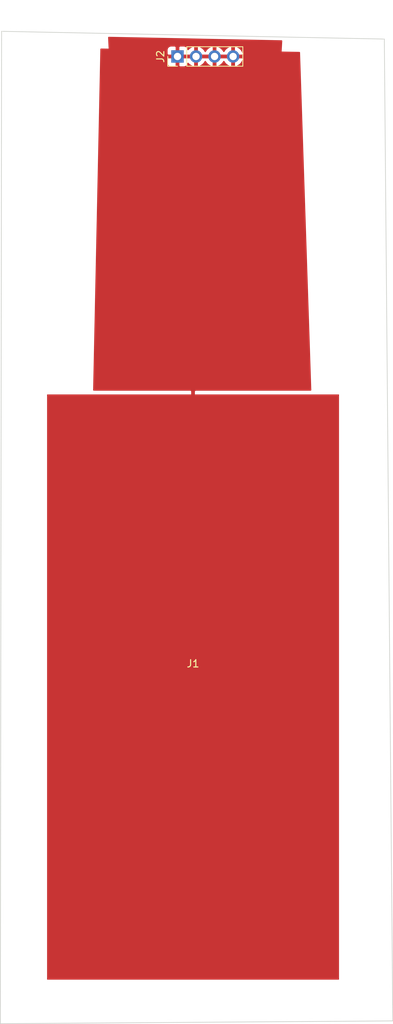
<source format=kicad_pcb>
(kicad_pcb (version 20171130) (host pcbnew 5.1.7+dfsg1-1)

  (general
    (thickness 1.6)
    (drawings 4)
    (tracks 0)
    (zones 0)
    (modules 2)
    (nets 2)
  )

  (page A4)
  (layers
    (0 F.Cu signal)
    (31 B.Cu signal)
    (32 B.Adhes user)
    (33 F.Adhes user)
    (34 B.Paste user)
    (35 F.Paste user)
    (36 B.SilkS user)
    (37 F.SilkS user)
    (38 B.Mask user)
    (39 F.Mask user)
    (40 Dwgs.User user)
    (41 Cmts.User user)
    (42 Eco1.User user)
    (43 Eco2.User user)
    (44 Edge.Cuts user)
    (45 Margin user)
    (46 B.CrtYd user)
    (47 F.CrtYd user)
    (48 B.Fab user)
    (49 F.Fab user)
  )

  (setup
    (last_trace_width 0.25)
    (trace_clearance 0.2)
    (zone_clearance 0.508)
    (zone_45_only no)
    (trace_min 0.2)
    (via_size 0.8)
    (via_drill 0.4)
    (via_min_size 0.4)
    (via_min_drill 0.3)
    (uvia_size 0.3)
    (uvia_drill 0.1)
    (uvias_allowed no)
    (uvia_min_size 0.2)
    (uvia_min_drill 0.1)
    (edge_width 0.05)
    (segment_width 0.2)
    (pcb_text_width 0.3)
    (pcb_text_size 1.5 1.5)
    (mod_edge_width 0.12)
    (mod_text_size 1 1)
    (mod_text_width 0.15)
    (pad_size 1.524 1.524)
    (pad_drill 0.762)
    (pad_to_mask_clearance 0)
    (aux_axis_origin 0 0)
    (visible_elements FFFFFF7F)
    (pcbplotparams
      (layerselection 0x010fc_ffffffff)
      (usegerberextensions false)
      (usegerberattributes true)
      (usegerberadvancedattributes true)
      (creategerberjobfile true)
      (excludeedgelayer true)
      (linewidth 0.100000)
      (plotframeref false)
      (viasonmask false)
      (mode 1)
      (useauxorigin false)
      (hpglpennumber 1)
      (hpglpenspeed 20)
      (hpglpendiameter 15.000000)
      (psnegative false)
      (psa4output false)
      (plotreference true)
      (plotvalue true)
      (plotinvisibletext false)
      (padsonsilk false)
      (subtractmaskfromsilk false)
      (outputformat 1)
      (mirror false)
      (drillshape 0)
      (scaleselection 1)
      (outputdirectory "../gerber/"))
  )

  (net 0 "")
  (net 1 "Net-(J1-Pad1)")

  (net_class Default "This is the default net class."
    (clearance 0.2)
    (trace_width 0.25)
    (via_dia 0.8)
    (via_drill 0.4)
    (uvia_dia 0.3)
    (uvia_drill 0.1)
    (add_net "Net-(J1-Pad1)")
  )

  (module Connector_PinHeader_2.54mm:PinHeader_1x04_P2.54mm_Vertical (layer F.Cu) (tedit 59FED5CC) (tstamp 5F8522D5)
    (at 137.51 22.1 90)
    (descr "Through hole straight pin header, 1x04, 2.54mm pitch, single row")
    (tags "Through hole pin header THT 1x04 2.54mm single row")
    (path /5F8507F7)
    (fp_text reference J2 (at 0 -2.33 90) (layer F.SilkS)
      (effects (font (size 1 1) (thickness 0.15)))
    )
    (fp_text value Conn_01x04_Female (at 0 9.95 90) (layer F.Fab)
      (effects (font (size 1 1) (thickness 0.15)))
    )
    (fp_line (start 1.8 -1.8) (end -1.8 -1.8) (layer F.CrtYd) (width 0.05))
    (fp_line (start 1.8 9.4) (end 1.8 -1.8) (layer F.CrtYd) (width 0.05))
    (fp_line (start -1.8 9.4) (end 1.8 9.4) (layer F.CrtYd) (width 0.05))
    (fp_line (start -1.8 -1.8) (end -1.8 9.4) (layer F.CrtYd) (width 0.05))
    (fp_line (start -1.33 -1.33) (end 0 -1.33) (layer F.SilkS) (width 0.12))
    (fp_line (start -1.33 0) (end -1.33 -1.33) (layer F.SilkS) (width 0.12))
    (fp_line (start -1.33 1.27) (end 1.33 1.27) (layer F.SilkS) (width 0.12))
    (fp_line (start 1.33 1.27) (end 1.33 8.95) (layer F.SilkS) (width 0.12))
    (fp_line (start -1.33 1.27) (end -1.33 8.95) (layer F.SilkS) (width 0.12))
    (fp_line (start -1.33 8.95) (end 1.33 8.95) (layer F.SilkS) (width 0.12))
    (fp_line (start -1.27 -0.635) (end -0.635 -1.27) (layer F.Fab) (width 0.1))
    (fp_line (start -1.27 8.89) (end -1.27 -0.635) (layer F.Fab) (width 0.1))
    (fp_line (start 1.27 8.89) (end -1.27 8.89) (layer F.Fab) (width 0.1))
    (fp_line (start 1.27 -1.27) (end 1.27 8.89) (layer F.Fab) (width 0.1))
    (fp_line (start -0.635 -1.27) (end 1.27 -1.27) (layer F.Fab) (width 0.1))
    (fp_text user %R (at 0 3.81) (layer F.Fab)
      (effects (font (size 1 1) (thickness 0.15)))
    )
    (pad 4 thru_hole oval (at 0 7.62 90) (size 1.7 1.7) (drill 1) (layers *.Cu *.Mask)
      (net 1 "Net-(J1-Pad1)"))
    (pad 3 thru_hole oval (at 0 5.08 90) (size 1.7 1.7) (drill 1) (layers *.Cu *.Mask)
      (net 1 "Net-(J1-Pad1)"))
    (pad 2 thru_hole oval (at 0 2.54 90) (size 1.7 1.7) (drill 1) (layers *.Cu *.Mask)
      (net 1 "Net-(J1-Pad1)"))
    (pad 1 thru_hole rect (at 0 0 90) (size 1.7 1.7) (drill 1) (layers *.Cu *.Mask)
      (net 1 "Net-(J1-Pad1)"))
    (model ${KISYS3DMOD}/Connector_PinHeader_2.54mm.3dshapes/PinHeader_1x04_P2.54mm_Vertical.wrl
      (at (xyz 0 0 0))
      (scale (xyz 1 1 1))
      (rotate (xyz 0 0 0))
    )
  )

  (module electrodes:Electrode_PCB_V0.1 (layer F.Cu) (tedit 5F84C64F) (tstamp 5F8522BD)
    (at 139.64 104.6)
    (path /5F851900)
    (fp_text reference J1 (at 0 0.5) (layer F.SilkS)
      (effects (font (size 1 1) (thickness 0.15)))
    )
    (fp_text value PCB_Electrode (at 0 -0.5) (layer F.Fab)
      (effects (font (size 1 1) (thickness 0.15)))
    )
    (pad 1 smd rect (at 0 3.7) (size 40 80) (layers F.Cu F.Paste F.Mask)
      (net 1 "Net-(J1-Pad1)"))
  )

  (gr_line (start 113.41 18.66) (end 165.85 19.72) (layer Edge.Cuts) (width 0.1))
  (gr_line (start 113.24 154.32) (end 113.41 18.66) (layer Edge.Cuts) (width 0.1))
  (gr_line (start 167.01 153.94) (end 113.24 154.32) (layer Edge.Cuts) (width 0.1))
  (gr_line (start 165.85 19.72) (end 167.01 153.94) (layer Edge.Cuts) (width 0.1))

  (zone (net 1) (net_name "Net-(J1-Pad1)") (layer F.Cu) (tstamp 5F852390) (hatch edge 0.508)
    (connect_pads (clearance 0.4))
    (min_thickness 0.2)
    (fill yes (arc_segments 32) (thermal_gap 0.508) (thermal_bridge_width 0.508))
    (polygon
      (pts
        (xy 154.3 21.47) (xy 156.01 72.62) (xy 125.85 72.31) (xy 126.94 21.01)
      )
    )
    (filled_polygon
      (pts
        (xy 136.049129 21.263165) (xy 136.052 21.794) (xy 136.204 21.946) (xy 137.356 21.946) (xy 137.356 21.926)
        (xy 137.664 21.926) (xy 137.664 21.946) (xy 139.896 21.946) (xy 139.896 21.926) (xy 140.204 21.926)
        (xy 140.204 21.946) (xy 142.436 21.946) (xy 142.436 21.926) (xy 142.744 21.926) (xy 142.744 21.946)
        (xy 144.976 21.946) (xy 144.976 21.926) (xy 145.284 21.926) (xy 145.284 21.946) (xy 146.42785 21.946)
        (xy 146.537909 21.721089) (xy 146.436935 21.4537) (xy 146.426927 21.437645) (xy 154.203234 21.568387) (xy 155.745117 67.68964)
        (xy 139.946 67.692) (xy 139.794 67.844) (xy 139.794 72.353318) (xy 139.486 72.350152) (xy 139.486 67.844)
        (xy 139.334 67.692) (xy 126.048186 67.690015) (xy 126.998801 22.95) (xy 136.049058 22.95) (xy 136.060797 23.069189)
        (xy 136.095563 23.183797) (xy 136.15202 23.289421) (xy 136.227999 23.382001) (xy 136.320579 23.45798) (xy 136.426203 23.514437)
        (xy 136.540811 23.549203) (xy 136.66 23.560942) (xy 137.204 23.558) (xy 137.356 23.406) (xy 137.356 22.254)
        (xy 137.664 22.254) (xy 137.664 23.406) (xy 137.816 23.558) (xy 138.36 23.560942) (xy 138.479189 23.549203)
        (xy 138.593797 23.514437) (xy 138.699421 23.45798) (xy 138.792001 23.382001) (xy 138.86798 23.289421) (xy 138.924437 23.183797)
        (xy 138.959203 23.069189) (xy 138.960197 23.059093) (xy 139.089878 23.197246) (xy 139.322389 23.363473) (xy 139.582861 23.481146)
        (xy 139.67109 23.507903) (xy 139.896 23.396889) (xy 139.896 22.254) (xy 140.204 22.254) (xy 140.204 23.396889)
        (xy 140.42891 23.507903) (xy 140.517139 23.481146) (xy 140.777611 23.363473) (xy 141.010122 23.197246) (xy 141.205736 22.988852)
        (xy 141.32 22.805551) (xy 141.434264 22.988852) (xy 141.629878 23.197246) (xy 141.862389 23.363473) (xy 142.122861 23.481146)
        (xy 142.21109 23.507903) (xy 142.436 23.396889) (xy 142.436 22.254) (xy 142.744 22.254) (xy 142.744 23.396889)
        (xy 142.96891 23.507903) (xy 143.057139 23.481146) (xy 143.317611 23.363473) (xy 143.550122 23.197246) (xy 143.745736 22.988852)
        (xy 143.86 22.805551) (xy 143.974264 22.988852) (xy 144.169878 23.197246) (xy 144.402389 23.363473) (xy 144.662861 23.481146)
        (xy 144.75109 23.507903) (xy 144.976 23.396889) (xy 144.976 22.254) (xy 145.284 22.254) (xy 145.284 23.396889)
        (xy 145.50891 23.507903) (xy 145.597139 23.481146) (xy 145.857611 23.363473) (xy 146.090122 23.197246) (xy 146.285736 22.988852)
        (xy 146.436935 22.7463) (xy 146.537909 22.478911) (xy 146.42785 22.254) (xy 145.284 22.254) (xy 144.976 22.254)
        (xy 142.744 22.254) (xy 142.436 22.254) (xy 140.204 22.254) (xy 139.896 22.254) (xy 137.664 22.254)
        (xy 137.356 22.254) (xy 136.204 22.254) (xy 136.052 22.406) (xy 136.049058 22.95) (xy 126.998801 22.95)
        (xy 127.037862 21.11166)
      )
    )
    (filled_polygon
      (pts
        (xy 141.346321 21.352226) (xy 141.32 21.394449) (xy 141.293122 21.351331)
      )
    )
  )
  (zone (net 1) (net_name "Net-(J1-Pad1)") (layer F.Cu) (tstamp 5F85238D) (hatch edge 0.508)
    (connect_pads (clearance 0.4))
    (min_thickness 0.2)
    (fill yes (arc_segments 32) (thermal_gap 0.508) (thermal_bridge_width 0.508))
    (polygon
      (pts
        (xy 151.34 28.78) (xy 128.49 30.02) (xy 127.87 16.66) (xy 152.12 15.72)
      )
    )
    (filled_polygon
      (pts
        (xy 151.765074 19.985405) (xy 151.245497 28.684981) (xy 128.58522 29.914686) (xy 128.262009 22.95) (xy 136.049058 22.95)
        (xy 136.060797 23.069189) (xy 136.095563 23.183797) (xy 136.15202 23.289421) (xy 136.227999 23.382001) (xy 136.320579 23.45798)
        (xy 136.426203 23.514437) (xy 136.540811 23.549203) (xy 136.66 23.560942) (xy 137.204 23.558) (xy 137.356 23.406)
        (xy 137.356 22.254) (xy 137.664 22.254) (xy 137.664 23.406) (xy 137.816 23.558) (xy 138.36 23.560942)
        (xy 138.479189 23.549203) (xy 138.593797 23.514437) (xy 138.699421 23.45798) (xy 138.792001 23.382001) (xy 138.86798 23.289421)
        (xy 138.924437 23.183797) (xy 138.959203 23.069189) (xy 138.960197 23.059093) (xy 139.089878 23.197246) (xy 139.322389 23.363473)
        (xy 139.582861 23.481146) (xy 139.67109 23.507903) (xy 139.896 23.396889) (xy 139.896 22.254) (xy 140.204 22.254)
        (xy 140.204 23.396889) (xy 140.42891 23.507903) (xy 140.517139 23.481146) (xy 140.777611 23.363473) (xy 141.010122 23.197246)
        (xy 141.205736 22.988852) (xy 141.32 22.805551) (xy 141.434264 22.988852) (xy 141.629878 23.197246) (xy 141.862389 23.363473)
        (xy 142.122861 23.481146) (xy 142.21109 23.507903) (xy 142.436 23.396889) (xy 142.436 22.254) (xy 142.744 22.254)
        (xy 142.744 23.396889) (xy 142.96891 23.507903) (xy 143.057139 23.481146) (xy 143.317611 23.363473) (xy 143.550122 23.197246)
        (xy 143.745736 22.988852) (xy 143.86 22.805551) (xy 143.974264 22.988852) (xy 144.169878 23.197246) (xy 144.402389 23.363473)
        (xy 144.662861 23.481146) (xy 144.75109 23.507903) (xy 144.976 23.396889) (xy 144.976 22.254) (xy 145.284 22.254)
        (xy 145.284 23.396889) (xy 145.50891 23.507903) (xy 145.597139 23.481146) (xy 145.857611 23.363473) (xy 146.090122 23.197246)
        (xy 146.285736 22.988852) (xy 146.436935 22.7463) (xy 146.537909 22.478911) (xy 146.42785 22.254) (xy 145.284 22.254)
        (xy 144.976 22.254) (xy 142.744 22.254) (xy 142.436 22.254) (xy 140.204 22.254) (xy 139.896 22.254)
        (xy 137.664 22.254) (xy 137.356 22.254) (xy 136.204 22.254) (xy 136.052 22.406) (xy 136.049058 22.95)
        (xy 128.262009 22.95) (xy 128.183117 21.25) (xy 136.049058 21.25) (xy 136.052 21.794) (xy 136.204 21.946)
        (xy 137.356 21.946) (xy 137.356 20.794) (xy 137.664 20.794) (xy 137.664 21.946) (xy 139.896 21.946)
        (xy 139.896 20.803111) (xy 140.204 20.803111) (xy 140.204 21.946) (xy 142.436 21.946) (xy 142.436 20.803111)
        (xy 142.744 20.803111) (xy 142.744 21.946) (xy 144.976 21.946) (xy 144.976 20.803111) (xy 145.284 20.803111)
        (xy 145.284 21.946) (xy 146.42785 21.946) (xy 146.537909 21.721089) (xy 146.436935 21.4537) (xy 146.285736 21.211148)
        (xy 146.090122 21.002754) (xy 145.857611 20.836527) (xy 145.597139 20.718854) (xy 145.50891 20.692097) (xy 145.284 20.803111)
        (xy 144.976 20.803111) (xy 144.75109 20.692097) (xy 144.662861 20.718854) (xy 144.402389 20.836527) (xy 144.169878 21.002754)
        (xy 143.974264 21.211148) (xy 143.86 21.394449) (xy 143.745736 21.211148) (xy 143.550122 21.002754) (xy 143.317611 20.836527)
        (xy 143.057139 20.718854) (xy 142.96891 20.692097) (xy 142.744 20.803111) (xy 142.436 20.803111) (xy 142.21109 20.692097)
        (xy 142.122861 20.718854) (xy 141.862389 20.836527) (xy 141.629878 21.002754) (xy 141.434264 21.211148) (xy 141.32 21.394449)
        (xy 141.205736 21.211148) (xy 141.010122 21.002754) (xy 140.777611 20.836527) (xy 140.517139 20.718854) (xy 140.42891 20.692097)
        (xy 140.204 20.803111) (xy 139.896 20.803111) (xy 139.67109 20.692097) (xy 139.582861 20.718854) (xy 139.322389 20.836527)
        (xy 139.089878 21.002754) (xy 138.960197 21.140907) (xy 138.959203 21.130811) (xy 138.924437 21.016203) (xy 138.86798 20.910579)
        (xy 138.792001 20.817999) (xy 138.699421 20.74202) (xy 138.593797 20.685563) (xy 138.479189 20.650797) (xy 138.36 20.639058)
        (xy 137.816 20.642) (xy 137.664 20.794) (xy 137.356 20.794) (xy 137.204 20.642) (xy 136.66 20.639058)
        (xy 136.540811 20.650797) (xy 136.426203 20.685563) (xy 136.320579 20.74202) (xy 136.227999 20.817999) (xy 136.15202 20.910579)
        (xy 136.095563 21.016203) (xy 136.060797 21.130811) (xy 136.049058 21.25) (xy 128.183117 21.25) (xy 128.102233 19.507094)
      )
    )
  )
)

</source>
